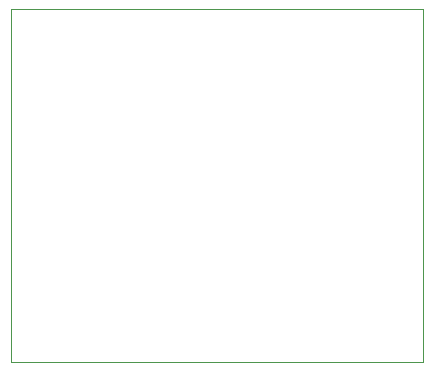
<source format=gbr>
G04 #@! TF.FileFunction,Profile,NP*
%FSLAX46Y46*%
G04 Gerber Fmt 4.6, Leading zero omitted, Abs format (unit mm)*
G04 Created by KiCad (PCBNEW 4.0.4-stable) date 03/19/17 00:01:14*
%MOMM*%
%LPD*%
G01*
G04 APERTURE LIST*
%ADD10C,0.100000*%
G04 APERTURE END LIST*
D10*
X132080000Y-123825000D02*
X132080000Y-93980000D01*
X167005000Y-123825000D02*
X132080000Y-123825000D01*
X167005000Y-93980000D02*
X167005000Y-123825000D01*
X132080000Y-93980000D02*
X167005000Y-93980000D01*
M02*

</source>
